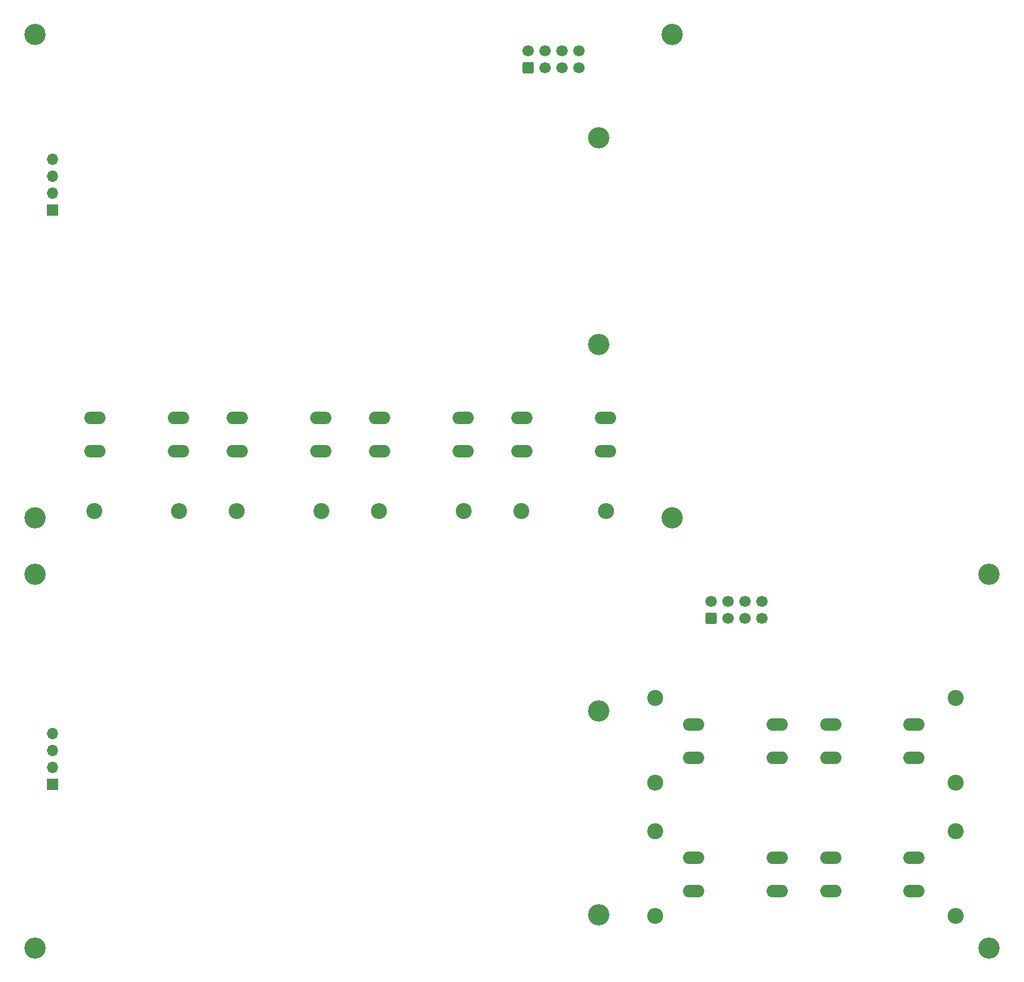
<source format=gbr>
%TF.GenerationSoftware,KiCad,Pcbnew,8.0.1*%
%TF.CreationDate,2024-04-25T15:56:32+03:00*%
%TF.ProjectId,Modul_Lcd_Butoane,4d6f6475-6c5f-44c6-9364-5f4275746f61,V1*%
%TF.SameCoordinates,Original*%
%TF.FileFunction,Soldermask,Bot*%
%TF.FilePolarity,Negative*%
%FSLAX46Y46*%
G04 Gerber Fmt 4.6, Leading zero omitted, Abs format (unit mm)*
G04 Created by KiCad (PCBNEW 8.0.1) date 2024-04-25 15:56:32*
%MOMM*%
%LPD*%
G01*
G04 APERTURE LIST*
G04 Aperture macros list*
%AMRoundRect*
0 Rectangle with rounded corners*
0 $1 Rounding radius*
0 $2 $3 $4 $5 $6 $7 $8 $9 X,Y pos of 4 corners*
0 Add a 4 corners polygon primitive as box body*
4,1,4,$2,$3,$4,$5,$6,$7,$8,$9,$2,$3,0*
0 Add four circle primitives for the rounded corners*
1,1,$1+$1,$2,$3*
1,1,$1+$1,$4,$5*
1,1,$1+$1,$6,$7*
1,1,$1+$1,$8,$9*
0 Add four rect primitives between the rounded corners*
20,1,$1+$1,$2,$3,$4,$5,0*
20,1,$1+$1,$4,$5,$6,$7,0*
20,1,$1+$1,$6,$7,$8,$9,0*
20,1,$1+$1,$8,$9,$2,$3,0*%
G04 Aperture macros list end*
%ADD10C,3.200000*%
%ADD11O,3.200000X1.900000*%
%ADD12C,2.400000*%
%ADD13O,2.400000X2.400000*%
%ADD14R,1.700000X1.700000*%
%ADD15O,1.700000X1.700000*%
%ADD16RoundRect,0.250000X0.600000X-0.600000X0.600000X0.600000X-0.600000X0.600000X-0.600000X-0.600000X0*%
%ADD17C,1.700000*%
G04 APERTURE END LIST*
D10*
%TO.C,H16*%
X109000000Y-178000000D03*
%TD*%
%TO.C,H15*%
X109000000Y-147500000D03*
%TD*%
%TO.C,H14*%
X120000000Y-46000000D03*
%TD*%
%TO.C,H13*%
X109000000Y-61500000D03*
%TD*%
%TO.C,H12*%
X24500000Y-46000000D03*
%TD*%
%TO.C,H11*%
X109000000Y-92500000D03*
%TD*%
%TO.C,H6*%
X24500000Y-118500000D03*
%TD*%
%TO.C,H5*%
X120000000Y-118500000D03*
%TD*%
%TO.C,H4*%
X167500000Y-183000000D03*
%TD*%
%TO.C,H3*%
X24500000Y-183000000D03*
%TD*%
%TO.C,H2*%
X167500000Y-127000000D03*
%TD*%
%TO.C,H1*%
X24500000Y-127000000D03*
%TD*%
D11*
%TO.C,SW14*%
X33500000Y-103500000D03*
X46000000Y-103500000D03*
X33500000Y-108500000D03*
X46000000Y-108500000D03*
%TD*%
%TO.C,SW13*%
X54833333Y-103500000D03*
X67333333Y-103500000D03*
X54833333Y-108500000D03*
X67333333Y-108500000D03*
%TD*%
%TO.C,SW12*%
X110000000Y-108500000D03*
X97500000Y-108500000D03*
X110000000Y-103500000D03*
X97500000Y-103500000D03*
%TD*%
%TO.C,SW11*%
X76166666Y-103500000D03*
X88666666Y-103500000D03*
X76166666Y-108500000D03*
X88666666Y-108500000D03*
%TD*%
D12*
%TO.C,R14*%
X33400000Y-117500000D03*
D13*
X46100000Y-117500000D03*
%TD*%
%TO.C,R13*%
X54733333Y-117500000D03*
D12*
X67433333Y-117500000D03*
%TD*%
D13*
%TO.C,R12*%
X110100000Y-117500000D03*
D12*
X97400000Y-117500000D03*
%TD*%
D13*
%TO.C,R11*%
X76066666Y-117500000D03*
D12*
X88766666Y-117500000D03*
%TD*%
D14*
%TO.C,J12*%
X27100000Y-72350000D03*
D15*
X27100000Y-69810000D03*
X27100000Y-67270000D03*
X27100000Y-64730000D03*
%TD*%
D16*
%TO.C,J11*%
X98380000Y-51040000D03*
D17*
X98380000Y-48500000D03*
X100920000Y-51040000D03*
X100920000Y-48500000D03*
X103460000Y-51040000D03*
X103460000Y-48500000D03*
X106000000Y-51040000D03*
X106000000Y-48500000D03*
%TD*%
D15*
%TO.C,J2*%
X27100000Y-150880000D03*
X27100000Y-153420000D03*
X27100000Y-155960000D03*
D14*
X27100000Y-158500000D03*
%TD*%
D11*
%TO.C,SW4*%
X123250000Y-149500000D03*
X135750000Y-149500000D03*
X123250000Y-154500000D03*
X135750000Y-154500000D03*
%TD*%
%TO.C,SW3*%
X143750000Y-149500000D03*
X156250000Y-149500000D03*
X143750000Y-154500000D03*
X156250000Y-154500000D03*
%TD*%
%TO.C,SW2*%
X143750000Y-169500000D03*
X156250000Y-169500000D03*
X143750000Y-174500000D03*
X156250000Y-174500000D03*
%TD*%
%TO.C,SW1*%
X123250000Y-169500000D03*
X135750000Y-169500000D03*
X123250000Y-174500000D03*
X135750000Y-174500000D03*
%TD*%
D12*
%TO.C,R4*%
X117500000Y-145500000D03*
D13*
X117500000Y-158200000D03*
%TD*%
D12*
%TO.C,R3*%
X162500000Y-145500000D03*
D13*
X162500000Y-158200000D03*
%TD*%
D12*
%TO.C,R2*%
X162500000Y-165500000D03*
D13*
X162500000Y-178200000D03*
%TD*%
D12*
%TO.C,R1*%
X117500000Y-165500000D03*
D13*
X117500000Y-178200000D03*
%TD*%
D16*
%TO.C,J1*%
X125880000Y-133540000D03*
D17*
X125880000Y-131000000D03*
X128420000Y-133540000D03*
X128420000Y-131000000D03*
X130960000Y-133540000D03*
X130960000Y-131000000D03*
X133500000Y-133540000D03*
X133500000Y-131000000D03*
%TD*%
M02*

</source>
